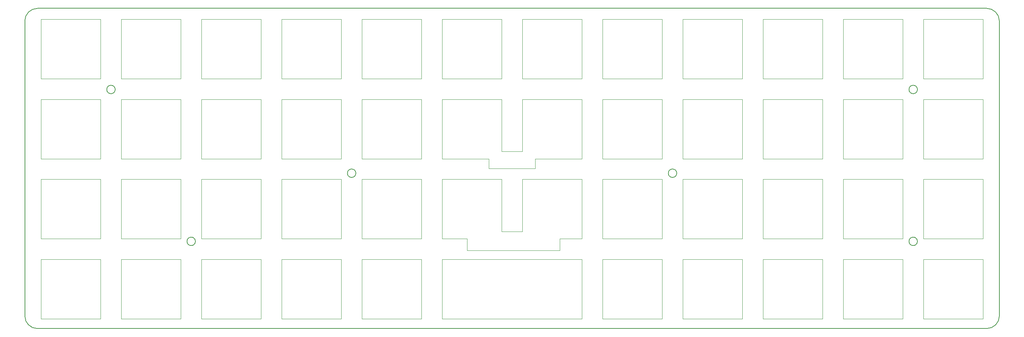
<source format=gbr>
%TF.GenerationSoftware,KiCad,Pcbnew,7.0.2*%
%TF.CreationDate,2023-05-30T09:54:27-07:00*%
%TF.ProjectId,ortho Plate,6f727468-6f20-4506-9c61-74652e6b6963,rev?*%
%TF.SameCoordinates,Original*%
%TF.FileFunction,Profile,NP*%
%FSLAX46Y46*%
G04 Gerber Fmt 4.6, Leading zero omitted, Abs format (unit mm)*
G04 Created by KiCad (PCBNEW 7.0.2) date 2023-05-30 09:54:27*
%MOMM*%
%LPD*%
G01*
G04 APERTURE LIST*
%TA.AperFunction,Profile*%
%ADD10C,0.100000*%
%TD*%
%TA.AperFunction,Profile*%
%ADD11C,0.200000*%
%TD*%
G04 APERTURE END LIST*
D10*
X107254920Y-48782480D02*
X93104920Y-48782480D01*
X126304920Y-47056480D02*
X131204920Y-47056480D01*
X93104920Y-53632480D02*
X107254920Y-53632480D01*
X134252920Y-48782480D02*
X134249920Y-51083680D01*
X240604920Y-48782480D02*
X226454920Y-48782480D01*
X55004920Y-53632480D02*
X69154920Y-53632480D01*
X145354920Y-48782480D02*
X134252920Y-48782480D01*
X16904920Y-72632480D02*
X31054920Y-72632480D01*
X35954920Y-48782480D02*
X35954920Y-34632480D01*
X240604920Y-72632480D02*
X240604920Y-86782480D01*
X164404920Y-29782480D02*
X150254920Y-29782480D01*
D11*
X241465380Y-89123680D02*
G75*
G03*
X244465380Y-86123700I20J2999980D01*
G01*
D10*
X202504920Y-67782480D02*
X188354920Y-67782480D01*
D11*
X16045380Y-13023700D02*
G75*
G03*
X13045380Y-16023700I0J-3000000D01*
G01*
D10*
X221554920Y-15632480D02*
X221554920Y-29782480D01*
X31054920Y-67782480D02*
X16904920Y-67782480D01*
X16904920Y-67782480D02*
X16904920Y-53632480D01*
X69154920Y-86782480D02*
X55004920Y-86782480D01*
X183454920Y-48782480D02*
X169304920Y-48782480D01*
X69154920Y-15632480D02*
X69154920Y-29782480D01*
X188354920Y-86782480D02*
X188354920Y-72632480D01*
X150254920Y-86782480D02*
X150254920Y-72632480D01*
X183454920Y-67782480D02*
X169304920Y-67782480D01*
X221554920Y-86782480D02*
X207404920Y-86782480D01*
X202504920Y-53632480D02*
X202504920Y-67782480D01*
X169304920Y-67782480D02*
X169304920Y-53632480D01*
X207404920Y-34632480D02*
X221554920Y-34632480D01*
D11*
X225005380Y-32298700D02*
G75*
G03*
X225005380Y-32298700I-1000000J0D01*
G01*
X34505380Y-32298700D02*
G75*
G03*
X34505380Y-32298700I-1000000J0D01*
G01*
D10*
X88204920Y-72632480D02*
X88204920Y-86782480D01*
X226454920Y-86782480D02*
X226454920Y-72632480D01*
X240604920Y-67782480D02*
X226454920Y-67782480D01*
X50104920Y-29782480D02*
X35954920Y-29782480D01*
X145354920Y-15632480D02*
X145354920Y-29782480D01*
X74054920Y-72632480D02*
X88204920Y-72632480D01*
X31054920Y-86782480D02*
X16904920Y-86782480D01*
X226454920Y-34632480D02*
X240604920Y-34632480D01*
X169304920Y-48782480D02*
X169304920Y-34632480D01*
X126304920Y-53632480D02*
X126304920Y-66056480D01*
X169304920Y-29782480D02*
X169304920Y-15632480D01*
X107254920Y-15632480D02*
X107254920Y-29782480D01*
X69154920Y-53632480D02*
X69154920Y-67782480D01*
X183454920Y-72632480D02*
X183454920Y-86782480D01*
X35954920Y-53632480D02*
X50104920Y-53632480D01*
X164404920Y-86782480D02*
X150254920Y-86782480D01*
X93104920Y-67782480D02*
X93104920Y-53632480D01*
X145354920Y-67782480D02*
X140052920Y-67780880D01*
X50104920Y-67782480D02*
X35954920Y-67782480D01*
X126304920Y-34632480D02*
X126304920Y-47056480D01*
X188354920Y-53632480D02*
X202504920Y-53632480D01*
X202504920Y-34632480D02*
X202504920Y-48782480D01*
D11*
X244465380Y-86123700D02*
X244465380Y-16023700D01*
D10*
X188354920Y-72632480D02*
X202504920Y-72632480D01*
X55004920Y-72632480D02*
X69154920Y-72632480D01*
X164404920Y-53632480D02*
X164404920Y-67782480D01*
X140049920Y-70582480D02*
X140052920Y-67780880D01*
X50104920Y-15632480D02*
X50104920Y-29782480D01*
X226454920Y-72632480D02*
X240604920Y-72632480D01*
X88204920Y-48782480D02*
X74054920Y-48782480D01*
X131204920Y-29782480D02*
X131204920Y-15632480D01*
X93104920Y-72632480D02*
X107254920Y-72632480D01*
X107254920Y-67782480D02*
X93104920Y-67782480D01*
X112154920Y-29782480D02*
X112154920Y-15632480D01*
X74054920Y-67782480D02*
X74054920Y-53632480D01*
X112154920Y-86782480D02*
X112154920Y-72632480D01*
X207404920Y-15632480D02*
X221554920Y-15632480D01*
X169304920Y-86782480D02*
X169304920Y-72632480D01*
X221554920Y-72632480D02*
X221554920Y-86782480D01*
X69154920Y-29782480D02*
X55004920Y-29782480D01*
X150254920Y-34632480D02*
X164404920Y-34632480D01*
X188354920Y-15632480D02*
X202504920Y-15632480D01*
X126304920Y-29782480D02*
X112154920Y-29782480D01*
D11*
X53555380Y-68398700D02*
G75*
G03*
X53555380Y-68398700I-1000000J0D01*
G01*
D10*
X55004920Y-34632480D02*
X69154920Y-34632480D01*
X69154920Y-72632480D02*
X69154920Y-86782480D01*
X93104920Y-48782480D02*
X93104920Y-34632480D01*
X240604920Y-86782480D02*
X226454920Y-86782480D01*
X112154920Y-15632480D02*
X126304920Y-15632480D01*
X93104920Y-29782480D02*
X93104920Y-15632480D01*
X88204920Y-34632480D02*
X88204920Y-48782480D01*
X221554920Y-48782480D02*
X207404920Y-48782480D01*
X88204920Y-15632480D02*
X88204920Y-29782480D01*
X107254920Y-86782480D02*
X93104920Y-86782480D01*
X134249920Y-51083680D02*
X123249920Y-51083680D01*
X240604920Y-29782480D02*
X226454920Y-29782480D01*
X240604920Y-53632480D02*
X240604920Y-67782480D01*
X123249920Y-51083680D02*
X123252920Y-48782480D01*
X188354920Y-67782480D02*
X188354920Y-53632480D01*
X150254920Y-29782480D02*
X150254920Y-15632480D01*
X74054920Y-15632480D02*
X88204920Y-15632480D01*
X107254920Y-53632480D02*
X107254920Y-67782480D01*
X74054920Y-86782480D02*
X74054920Y-72632480D01*
X35954920Y-86782480D02*
X35954920Y-72632480D01*
X88204920Y-86782480D02*
X74054920Y-86782480D01*
X69154920Y-67782480D02*
X55004920Y-67782480D01*
X112154920Y-48782480D02*
X112154920Y-34632480D01*
X202504920Y-48782480D02*
X188354920Y-48782480D01*
D11*
X16045380Y-89123700D02*
X241465380Y-89123700D01*
D10*
X35954920Y-72632480D02*
X50104920Y-72632480D01*
X169304920Y-15632480D02*
X183454920Y-15632480D01*
D11*
X167855380Y-52198700D02*
G75*
G03*
X167855380Y-52198700I-1000000J0D01*
G01*
D10*
X226454920Y-15632480D02*
X240604920Y-15632480D01*
X31054920Y-15632480D02*
X31054920Y-29782480D01*
X35954920Y-67782480D02*
X35954920Y-53632480D01*
X118049920Y-70582480D02*
X118052920Y-67780880D01*
X164404920Y-67782480D02*
X150254920Y-67782480D01*
D11*
X91655380Y-52198700D02*
G75*
G03*
X91655380Y-52198700I-1000000J0D01*
G01*
D10*
X207404920Y-67782480D02*
X207404920Y-53632480D01*
X164404920Y-72632480D02*
X164404920Y-86782480D01*
X16904920Y-86782480D02*
X16904920Y-72632480D01*
X126304920Y-15632480D02*
X126304920Y-29782480D01*
X16904920Y-48782480D02*
X16904920Y-34632480D01*
X93104920Y-34632480D02*
X107254920Y-34632480D01*
X183454920Y-53632480D02*
X183454920Y-67782480D01*
X131204920Y-15632480D02*
X145354920Y-15632480D01*
X55004920Y-29782480D02*
X55004920Y-15632480D01*
X112154920Y-67782480D02*
X112154920Y-53632480D01*
X35954920Y-29782480D02*
X35954920Y-15632480D01*
X35954920Y-34632480D02*
X50104920Y-34632480D01*
X107254920Y-72632480D02*
X107254920Y-86782480D01*
X123252920Y-48782480D02*
X112154920Y-48782480D01*
X88204920Y-29782480D02*
X74054920Y-29782480D01*
X55004920Y-48782480D02*
X55004920Y-34632480D01*
X31054920Y-48782480D02*
X16904920Y-48782480D01*
X183454920Y-34632480D02*
X183454920Y-48782480D01*
X74054920Y-53632480D02*
X88204920Y-53632480D01*
X240604920Y-15632480D02*
X240604920Y-29782480D01*
X74054920Y-48782480D02*
X74054920Y-34632480D01*
X35954920Y-15632480D02*
X50104920Y-15632480D01*
X131204920Y-34632480D02*
X145354920Y-34632480D01*
X69154920Y-48782480D02*
X55004920Y-48782480D01*
X183454920Y-86782480D02*
X169304920Y-86782480D01*
X112154920Y-34632480D02*
X126304920Y-34632480D01*
X226454920Y-53632480D02*
X240604920Y-53632480D01*
X145354920Y-53632480D02*
X145354920Y-67782480D01*
X16904920Y-15632480D02*
X31054920Y-15632480D01*
X169304920Y-53632480D02*
X183454920Y-53632480D01*
X207404920Y-86782480D02*
X207404920Y-72632480D01*
X221554920Y-29782480D02*
X207404920Y-29782480D01*
X202504920Y-15632480D02*
X202504920Y-29782480D01*
X202504920Y-29782480D02*
X188354920Y-29782480D01*
X202504920Y-86782480D02*
X188354920Y-86782480D01*
X16904920Y-34632480D02*
X31054920Y-34632480D01*
X112154920Y-53632480D02*
X126304920Y-53632480D01*
D11*
X13045380Y-86123700D02*
G75*
G03*
X16045380Y-89123700I3000000J0D01*
G01*
D10*
X221554920Y-53632480D02*
X221554920Y-67782480D01*
X74054920Y-34632480D02*
X88204920Y-34632480D01*
X207404920Y-53632480D02*
X221554920Y-53632480D01*
X131204920Y-53632480D02*
X145354920Y-53632480D01*
X221554920Y-67782480D02*
X207404920Y-67782480D01*
X150254920Y-48782480D02*
X150254920Y-34632480D01*
X31054920Y-53632480D02*
X31054920Y-67782480D01*
X74054920Y-29782480D02*
X74054920Y-15632480D01*
X226454920Y-67782480D02*
X226454920Y-53632480D01*
X150254920Y-72632480D02*
X164404920Y-72632480D01*
X226454920Y-48782480D02*
X226454920Y-34632480D01*
X131204920Y-47056480D02*
X131204920Y-34632480D01*
X50104920Y-48782480D02*
X35954920Y-48782480D01*
X145354920Y-72632480D02*
X145354920Y-86782480D01*
X221554920Y-34632480D02*
X221554920Y-48782480D01*
X188354920Y-34632480D02*
X202504920Y-34632480D01*
X112154920Y-72632480D02*
X145354920Y-72632480D01*
X202504920Y-72632480D02*
X202504920Y-86782480D01*
X145354920Y-34632480D02*
X145354920Y-48782480D01*
X88204920Y-67782480D02*
X74054920Y-67782480D01*
X164404920Y-34632480D02*
X164404920Y-48782480D01*
X16904920Y-29782480D02*
X16904920Y-15632480D01*
X31054920Y-29782480D02*
X16904920Y-29782480D01*
X207404920Y-29782480D02*
X207404920Y-15632480D01*
X50104920Y-86782480D02*
X35954920Y-86782480D01*
X118052920Y-67780880D02*
X112154920Y-67782480D01*
X129049920Y-70582480D02*
X118049920Y-70582480D01*
X107254920Y-29782480D02*
X93104920Y-29782480D01*
X183454920Y-29782480D02*
X169304920Y-29782480D01*
X140049920Y-70582480D02*
X129049920Y-70582480D01*
D11*
X13045380Y-16023700D02*
X13045380Y-86123700D01*
D10*
X69154920Y-34632480D02*
X69154920Y-48782480D01*
X50104920Y-34632480D02*
X50104920Y-48782480D01*
X93104920Y-15632480D02*
X107254920Y-15632480D01*
X169304920Y-72632480D02*
X183454920Y-72632480D01*
X164404920Y-15632480D02*
X164404920Y-29782480D01*
X145354920Y-29782480D02*
X131204920Y-29782480D01*
X55004920Y-86782480D02*
X55004920Y-72632480D01*
X164404920Y-48782480D02*
X150254920Y-48782480D01*
X150254920Y-67782480D02*
X150254920Y-53632480D01*
X55004920Y-67782480D02*
X55004920Y-53632480D01*
X31054920Y-34632480D02*
X31054920Y-48782480D01*
X207404920Y-48782480D02*
X207404920Y-34632480D01*
X150254920Y-15632480D02*
X164404920Y-15632480D01*
X145354920Y-86782480D02*
X112154920Y-86782480D01*
X31054920Y-72632480D02*
X31054920Y-86782480D01*
X126304920Y-66056480D02*
X131204920Y-66056480D01*
X131204920Y-66056480D02*
X131204920Y-53632480D01*
D11*
X244465400Y-16023700D02*
G75*
G03*
X241465380Y-13023700I-3000000J0D01*
G01*
D10*
X240604920Y-34632480D02*
X240604920Y-48782480D01*
X50104920Y-53632480D02*
X50104920Y-67782480D01*
D11*
X241465380Y-13023700D02*
X16045380Y-13023700D01*
D10*
X226454920Y-29782480D02*
X226454920Y-15632480D01*
X93104920Y-86782480D02*
X93104920Y-72632480D01*
D11*
X225005380Y-68398700D02*
G75*
G03*
X225005380Y-68398700I-1000000J0D01*
G01*
D10*
X169304920Y-34632480D02*
X183454920Y-34632480D01*
X16904920Y-53632480D02*
X31054920Y-53632480D01*
X50104920Y-72632480D02*
X50104920Y-86782480D01*
X188354920Y-48782480D02*
X188354920Y-34632480D01*
X183454920Y-15632480D02*
X183454920Y-29782480D01*
X88204920Y-53632480D02*
X88204920Y-67782480D01*
X107254920Y-34632480D02*
X107254920Y-48782480D01*
X207404920Y-72632480D02*
X221554920Y-72632480D01*
X55004920Y-15632480D02*
X69154920Y-15632480D01*
X150254920Y-53632480D02*
X164404920Y-53632480D01*
X188354920Y-29782480D02*
X188354920Y-15632480D01*
M02*

</source>
